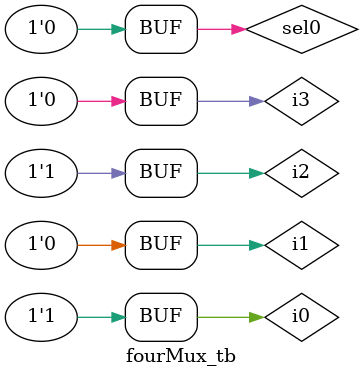
<source format=sv>

function automatic twoMux(input logic sel, 
                       input logic i0, i1
                        );
  
   twoMux = sel ? i1 : i0;
  
endfunction 

module fourMux(input logic sel0, sel1,
               input logic i0, i1, i2, i3,
               output logic y);
  
  logic y1, y0;
  
  always_comb begin
  
  y0 = twoMux(sel1, i0, i1);
  y1 = twoMux(sel1, i2, i3);
  y = twoMux(sel0, y0, y1);
  end
  
endmodule 
  
//--------------------------- TestBench ---------------------------//

module fourMux_tb;
  
  logic sel0, sel1;
  reg y0, y1, y;
  logic i0, i1, i2, i3;
  
  fourMux dut(sel0, sel1, i0, i1, i2, i3, y);
  
  initial begin
    $monitor("sel0 = %b sel1 = %b i0 = %b i1 = %b i2 = %b i3 = %b y = %b", sel0, sel1, i0, i1, i2, i3, y);
    
    {i3, i2, i1, i0} = 4'h5;
    
    repeat(6) begin
      {sel0, sel1} = $random;
      #5;
      end 
  end
  endmodule 

</source>
